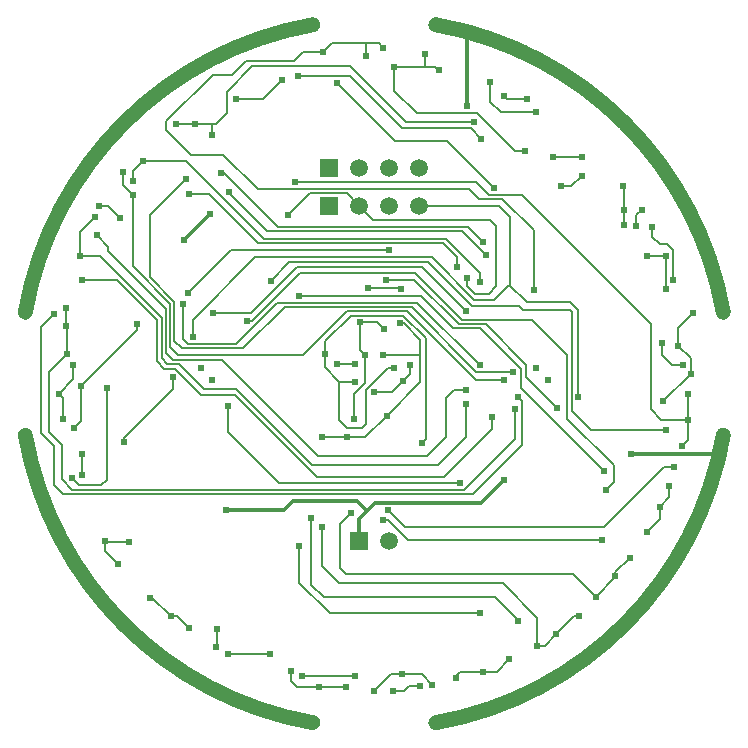
<source format=gbl>
G04 Layer_Physical_Order=2*
G04 Layer_Color=16711680*
%FSLAX25Y25*%
%MOIN*%
G70*
G01*
G75*
%ADD88C,0.01200*%
%ADD89C,0.00800*%
%ADD90R,0.05984X0.05984*%
%ADD91C,0.05984*%
%ADD92C,0.02400*%
%ADD93C,0.05000*%
D88*
X31900Y112879D02*
X32556Y113535D01*
X31000Y89400D02*
Y111979D01*
X85600Y-26600D02*
X114914D01*
X115014Y-26500D01*
X115083Y-26569D01*
X-5000Y-55906D02*
Y-48300D01*
X250Y-43050D02*
X35650D01*
X43200Y-35500D01*
X-5650Y-42400D02*
X-2375Y-45675D01*
X-27200Y-42400D02*
X-5650D01*
X-30100Y-45300D02*
X-27200Y-42400D01*
X-49500Y-45300D02*
X-30100D01*
X-5000Y-48300D02*
X-2375Y-45675D01*
X250Y-43050D01*
X-63500Y44500D02*
X-54700Y53300D01*
D89*
X-48600Y-19300D02*
X-31600Y-36300D01*
X-48600Y-19300D02*
Y-10600D01*
X-46482Y-7100D02*
X-19015Y-34567D01*
X-57600Y-7100D02*
X-46482D01*
X-66384Y1684D02*
X-57600Y-7100D01*
X-45950Y-5200D02*
X-20850Y-30300D01*
X-56700Y-5200D02*
X-45950D01*
X-65200Y3300D02*
X-56700Y-5200D01*
X-31600Y-36300D02*
X28600D01*
X28700Y-36400D01*
X-69400Y7000D02*
Y21600D01*
X-88725Y40925D02*
X-69400Y21600D01*
X-88725Y40925D02*
Y42402D01*
X-62249Y9849D02*
X-46151D01*
X-63900Y11500D02*
X-62249Y9849D01*
X-63900Y11500D02*
Y23300D01*
X-64249Y8449D02*
X-43651D01*
X-65386Y6186D02*
X-23777D01*
X-68000Y8800D02*
X-65386Y6186D01*
X-68000Y8800D02*
Y23375D01*
X-50900Y4700D02*
X-18700Y-27500D01*
X-67100Y4700D02*
X-50900D01*
X-69400Y7000D02*
X-67100Y4700D01*
X-69984Y1684D02*
X-66384D01*
X-72552Y4252D02*
X-69984Y1684D01*
X-72552Y4252D02*
Y17800D01*
X-69000Y3300D02*
X-65200D01*
X-70925Y5225D02*
X-69000Y3300D01*
X-70925Y5225D02*
Y18525D01*
X41594Y55906D02*
X45100Y52400D01*
Y29700D02*
Y52400D01*
X50782Y23918D02*
X65282D01*
X45000Y29700D02*
X50782Y23918D01*
X39950Y24650D02*
X45000Y29700D01*
X65282Y23918D02*
X68000Y21200D01*
X-80399Y35773D02*
X-68000Y23375D01*
X14300Y23700D02*
X35100Y2900D01*
X-32300Y23700D02*
X14300D01*
X34063Y600D02*
X46400D01*
X12463Y22200D02*
X34063Y600D01*
X-46151Y9849D02*
X-32300Y23700D01*
X24050Y44950D02*
X35400Y33600D01*
Y30700D02*
Y33600D01*
X15900Y35700D02*
X30700Y20900D01*
X32582Y22518D02*
X48382D01*
X18000Y37100D02*
X32582Y22518D01*
X-28300Y37100D02*
X18000D01*
X33600Y26500D02*
X38100D01*
X33236Y24650D02*
X39950D01*
X30800Y29300D02*
X33600Y26500D01*
X38100D02*
X40700Y29100D01*
X19086Y38800D02*
X33236Y24650D01*
X30800Y29300D02*
Y31900D01*
X40700Y29100D02*
Y49287D01*
X38587Y51400D02*
X40700Y49287D01*
X-36750Y44950D02*
X24050D01*
X46900Y-11900D02*
X46906Y-11906D01*
X4700Y1900D02*
X6600D01*
X-2700Y-5500D02*
X4700Y1900D01*
X-2700Y-16600D02*
Y-5500D01*
X-4100Y-18000D02*
X-2700Y-16600D01*
X-9000Y-18000D02*
X-4100D01*
X-11700Y-15300D02*
X-9000Y-18000D01*
X-11700Y-15300D02*
Y-2600D01*
X-3000Y-3000D02*
Y6200D01*
X-6600Y-6600D02*
X-3000Y-3000D01*
X-6600Y-15000D02*
Y-6600D01*
X-11700Y-2600D02*
X-6500D01*
X-16400Y2100D02*
X-11700Y-2600D01*
X-16400Y2100D02*
Y6441D01*
X11800Y-200D02*
Y3000D01*
X9500Y-2500D02*
X11800Y-200D01*
X5900Y-6100D02*
X9500Y-2500D01*
X0Y-6100D02*
X5900D01*
X4150Y-14050D02*
X15300Y-2900D01*
Y6200D01*
Y11400D01*
X2900Y6200D02*
X15300D01*
X9900Y16800D02*
X15300Y11400D01*
X8700Y16800D02*
X9900D01*
X9600Y19400D02*
X17200Y11800D01*
Y-21700D02*
Y11800D01*
X15900Y-23000D02*
X17200Y-21700D01*
X-7800Y19400D02*
X9600D01*
X-4600Y7800D02*
X-3000Y6200D01*
X-4600Y7800D02*
Y17200D01*
X1000D01*
X3300Y14900D01*
X-43651Y8449D02*
X-29900Y22200D01*
X10953Y20800D02*
X34003Y-2250D01*
X-23777Y6186D02*
X-9163Y20800D01*
X-16400Y10800D02*
X-7800Y19400D01*
X-9163Y20800D02*
X10953D01*
X-29900Y22200D02*
X12463D01*
X-16400Y6441D02*
Y10800D01*
X-17300Y-21200D02*
X-9000D01*
X4150Y-14050D02*
X4200Y-14100D01*
X-3000Y-21200D02*
X4150Y-14050D01*
X4200Y-14200D02*
Y-14100D01*
X-9000Y-21200D02*
X-3000D01*
X-108500Y-19500D02*
X-104200Y-23800D01*
Y-35200D02*
Y-23800D01*
X-106700Y-37000D02*
Y-24200D01*
X-111100Y15600D02*
X-106737Y19963D01*
X-111100Y-19800D02*
Y15600D01*
Y-19800D02*
X-106700Y-24200D01*
X-108500Y500D02*
X-102448Y6552D01*
X-108500Y-19500D02*
Y500D01*
X-100200Y-18200D02*
X-97900Y-15900D01*
Y-4200D01*
X-105098Y-6598D02*
X-100300Y-1800D01*
Y2800D01*
X-79100Y14600D02*
Y16500D01*
X-97900Y-4200D02*
X-79100Y14600D01*
X-105098Y-6598D02*
X-103700Y-7995D01*
Y-15100D02*
Y-7995D01*
X-102800Y16000D02*
X-102780Y16020D01*
Y21780D01*
X-102800Y16000D02*
X-102448Y15648D01*
Y6552D02*
Y15648D01*
X-97500Y31100D02*
X-85852D01*
X-19015Y-34567D02*
X23233D01*
X-98000Y47100D02*
X-93000Y52100D01*
X-98000Y39100D02*
Y47100D01*
Y39100D02*
X-91500D01*
X-92411Y46089D02*
X-88725Y42402D01*
X-88600Y56000D02*
X-84600Y52000D01*
X-91600Y56000D02*
X-88600D01*
X26600Y-5500D02*
X30600D01*
X24000Y-8100D02*
X26600Y-5500D01*
X24000Y-21000D02*
Y-8100D01*
X17500Y-27500D02*
X24000Y-21000D01*
X-20850Y-30300D02*
X21300D01*
X30600Y-21000D01*
Y-10000D01*
X39400Y-18400D02*
Y-14400D01*
X23233Y-34567D02*
X39400Y-18400D01*
X-80400Y64200D02*
Y67614D01*
X-77114Y70900D01*
X-62700D01*
X-83600Y62800D02*
X-80399Y59599D01*
X-83600Y62800D02*
Y67300D01*
X-80399Y35773D02*
Y59599D01*
X-69300Y81200D02*
X-61150Y73050D01*
X-50450D01*
X-38900Y61500D01*
X31599D01*
X-62700Y70900D02*
X-36750Y44950D01*
X-35700Y47600D02*
X29157D01*
X-50120Y67000D02*
X-32120Y49000D01*
X-51100Y67000D02*
X-50120D01*
X-32120Y49000D02*
X31274D01*
X-37100Y91500D02*
X-30800Y97800D01*
X-46100Y91500D02*
X-37100D01*
X-8200Y99400D02*
X9400Y81800D01*
X-25300Y99400D02*
X-8200D01*
X-2900Y106000D02*
Y109900D01*
X10500Y84000D02*
X33400D01*
X-8000Y102500D02*
X10500Y84000D01*
X6900Y77600D02*
X24300D01*
X-12400Y96900D02*
X6900Y77600D01*
X1500Y110100D02*
X3000Y108600D01*
X-14100Y110100D02*
X1500D01*
X-17000Y107200D02*
X-14100Y110100D01*
X-17200Y107400D02*
X-17000Y107200D01*
X-23700Y107400D02*
X-17200D01*
X-26700Y104400D02*
X-23700Y107400D01*
X33938Y63800D02*
X38077Y59661D01*
X-26300Y63800D02*
X33938D01*
X53200Y27900D02*
Y47800D01*
X42739Y58261D02*
X53200Y47800D01*
X34838Y58261D02*
X42739D01*
X34400Y86800D02*
X46800Y74400D01*
X14100Y86800D02*
X34400D01*
X6552Y94348D02*
X14100Y86800D01*
X17000Y102400D02*
X20200D01*
X6552D02*
X17000D01*
Y106600D01*
X20200Y102400D02*
X21500Y101100D01*
X6552Y94348D02*
Y102400D01*
X44200Y91600D02*
X50800D01*
X43200Y92600D02*
X44200Y91600D01*
X46800Y74400D02*
X50200D01*
X59600Y72100D02*
X69100D01*
X65700Y62500D02*
X69100Y65900D01*
X62400Y62500D02*
X65700D01*
X82900Y62600D02*
X83400Y62100D01*
Y54700D02*
Y62100D01*
X87400Y52900D02*
X89200Y54700D01*
X87400Y49400D02*
Y52900D01*
X83400Y49518D02*
Y54700D01*
X-83300Y-21300D02*
X-67000Y-5000D01*
X-83300Y-22900D02*
Y-21300D01*
X104500Y-15300D02*
X104900Y-14900D01*
X95700Y-15300D02*
X104500D01*
X102600Y-24100D02*
X104500Y-22200D01*
X72300Y-18800D02*
X97400D01*
X104500Y-22200D02*
Y-15300D01*
X97126Y28226D02*
Y39226D01*
X92659Y45541D02*
Y49041D01*
Y45541D02*
X95100Y43100D01*
X97600D01*
X99500Y41200D01*
X90919Y39319D02*
X97219D01*
X99500Y31300D02*
Y41200D01*
X95900Y6100D02*
Y10400D01*
Y6100D02*
X99100Y2900D01*
X102900D01*
X101400Y9300D02*
X105500Y5200D01*
Y0D02*
Y5200D01*
X96400Y-9100D02*
X105500Y0D01*
X96200Y-9100D02*
X96400D01*
X101400Y15300D02*
X106200Y20100D01*
X101400Y9300D02*
Y15300D01*
X104700Y-14700D02*
X104900Y-14900D01*
X92200Y-11800D02*
X95700Y-15300D01*
X92200Y-11800D02*
Y16600D01*
X49139Y59661D02*
X92200Y16600D01*
X38077Y59661D02*
X49139D01*
X104700Y-14700D02*
Y-6700D01*
X65800Y-12300D02*
X72300Y-18800D01*
X64400Y-15000D02*
X79800Y-30400D01*
Y-36100D02*
Y-30400D01*
X77300Y-38600D02*
X79800Y-36100D01*
X95100Y-44400D02*
X98399Y-41101D01*
Y-37299D01*
X95100Y-48500D02*
Y-44400D01*
X91000Y-52600D02*
X95100Y-48500D01*
X80400Y-67500D02*
Y-66000D01*
Y-67900D02*
Y-67500D01*
Y-66000D02*
X85100Y-61300D01*
X74000Y-74300D02*
X80400Y-67900D01*
X66300Y-66600D02*
X74000Y-74300D01*
X-9400Y-66600D02*
X66300D01*
X66600Y-80900D02*
X68100D01*
X60600Y-86900D02*
X66600Y-80900D01*
X56800Y-90700D02*
X60600Y-86900D01*
X54200Y-90700D02*
X56800D01*
X54200D02*
Y-81300D01*
X42800Y-69900D02*
X54200Y-81300D01*
X47800Y-82300D02*
Y-82200D01*
X40100Y-74500D02*
X47800Y-82200D01*
X28700Y-99300D02*
X36100D01*
X27400Y-100600D02*
X28700Y-99300D01*
X27400Y-101500D02*
Y-100600D01*
X36100Y-99300D02*
X40800D01*
X44900Y-95200D01*
X15805Y-100205D02*
X19200Y-103600D01*
X9205Y-100205D02*
X15805D01*
X5495D02*
X9205D01*
X0Y-105700D02*
X5495Y-100205D01*
X11600Y-104000D02*
X15400D01*
X9900Y-105700D02*
X11600Y-104000D01*
X6200Y-105700D02*
X9900D01*
X-18537Y-104437D02*
X-9463D01*
X-25663D02*
X-18537D01*
X-27700Y-102400D02*
X-25663Y-104437D01*
X-27700Y-102400D02*
Y-99100D01*
X-24200Y-100800D02*
X-6498D01*
X-48800Y-93300D02*
X-34859D01*
X-52500Y-91000D02*
Y-85000D01*
X-65900Y-80900D02*
X-61900Y-84900D01*
X-67900Y-80900D02*
X-65900D01*
X-74200Y-74600D02*
X-67900Y-80900D01*
X-74900Y-74600D02*
X-74200D01*
X-89800Y-55800D02*
X-89400Y-56200D01*
X-81900D01*
X-89800Y-59000D02*
X-85300Y-63500D01*
X-89800Y-59000D02*
Y-55800D01*
X-67000Y-5000D02*
Y-1000D01*
X-100841Y-34659D02*
X-98300Y-37200D01*
X31274Y49000D02*
X36359Y43915D01*
X-494Y51400D02*
X38587D01*
X-5000Y55906D02*
X-494Y51400D01*
X50632Y-1232D02*
X60906Y-11506D01*
X50632Y-1232D02*
Y2968D01*
X37119Y16481D02*
X50632Y2968D01*
X15000Y55906D02*
X41594D01*
X-39622Y38800D02*
X19086D01*
X-60406Y18016D02*
X-39622Y38800D01*
X-60406Y12300D02*
Y18016D01*
X68000Y-7606D02*
Y21200D01*
X29157Y47600D02*
X37257Y39500D01*
X34003Y-2250D02*
X43200D01*
X-18700Y-27500D02*
X17500D01*
X-91500Y39100D02*
X-70925Y18525D01*
X-85852Y31100D02*
X-72552Y17800D01*
X-97400Y-33800D02*
Y-26900D01*
X48800Y-4600D02*
X76500Y-32300D01*
X48800Y-4600D02*
Y1500D01*
X35219Y15081D02*
X48800Y1500D01*
X26319Y15081D02*
X35219D01*
X15500Y25900D02*
X26319Y15081D01*
X-25000Y25900D02*
X15500D01*
X-34400Y31000D02*
X-28300Y37100D01*
X48382Y22518D02*
X49600Y21300D01*
X65100D01*
X65800Y20600D01*
Y-12300D02*
Y20600D01*
X89200Y54700D02*
X89300Y54600D01*
X24300Y77600D02*
X40000Y61900D01*
X31599Y61500D02*
X34838Y58261D01*
X13456Y33694D02*
X29270Y17881D01*
X52719D01*
X64400Y6200D01*
Y-15000D02*
Y6200D01*
X-16900Y-74500D02*
X40100D01*
X9400Y81800D02*
X32100D01*
X35600Y78300D01*
X-12453Y3200D02*
X-6547D01*
X-28800Y52800D02*
X-21500Y60100D01*
X-9194D01*
X-5000Y55906D01*
X-98300Y-37200D02*
X-91000D01*
X-89100Y-35300D01*
Y-4720D01*
X-66000Y83100D02*
X-59700D01*
X-42700Y104400D02*
X-26700D01*
X-47400Y99700D02*
X-42700Y104400D01*
X-40600Y102500D02*
X-8000D01*
X-49100Y94000D02*
X-40600Y102500D01*
X-52800Y83100D02*
X-49100Y86800D01*
Y94000D01*
X-53800Y99700D02*
X-47400D01*
X-69300Y81200D02*
Y84200D01*
X-53800Y99700D01*
X-54000Y79600D02*
Y83100D01*
X-59700D02*
X-54000D01*
X-52800D01*
X46906Y-21694D02*
Y-11906D01*
X47900Y-7600D02*
X49400Y-9100D01*
Y-23600D02*
Y-9100D01*
X11200Y-55300D02*
X75800D01*
X76600Y-51100D02*
X96520Y-31180D01*
X100000D01*
X2800Y-48800D02*
X4700D01*
X11200Y-55300D01*
X4700Y-45450D02*
X10350Y-51100D01*
X76600D01*
X-104200Y-35200D02*
X-100800Y-38600D01*
X30000D01*
X46906Y-21694D01*
X-106700Y-37000D02*
X-103700Y-40000D01*
X33000D01*
X49400Y-23600D01*
X-17500Y-64050D02*
Y-51200D01*
Y-64050D02*
X-11650Y-69900D01*
X42800D01*
X-21050Y-70350D02*
X-16900Y-74500D01*
X-21050Y-70350D02*
Y-48150D01*
X-21100Y-48100D02*
X-21050Y-48150D01*
X-11400Y-64600D02*
X-9400Y-66600D01*
X-11400Y-64600D02*
Y-50050D01*
X-7700Y-46350D01*
X-25000Y-69600D02*
Y-57400D01*
Y-69600D02*
X-14800Y-79800D01*
X35100D01*
X-48400Y60300D02*
X-35700Y47600D01*
X-48400Y60300D02*
Y60600D01*
X-62100Y27000D02*
X-47800Y41300D01*
X5000D01*
X-61700Y60000D02*
X-55200D01*
X-38750Y43550D01*
X-66600Y10800D02*
X-64249Y8449D01*
X-66600Y10800D02*
Y23955D01*
X-74800Y32155D02*
X-66600Y23955D01*
X-74800Y32155D02*
Y52800D01*
X-62600Y65000D01*
X-38750Y43550D02*
X22950D01*
X27600Y38900D01*
Y35700D02*
Y38900D01*
X4000Y31200D02*
X13400D01*
X28119Y16481D01*
X37119D01*
X-2250Y28500D02*
X8700D01*
X38700Y90600D02*
Y97200D01*
Y90600D02*
X42200Y87100D01*
X53900D01*
X-53700Y20300D02*
X-41000D01*
X-25600Y35700D01*
X15900D01*
X-24606Y33694D02*
X13456D01*
X-42500Y17606D02*
X-40694D01*
X-24606Y33694D01*
D90*
X-15000Y68500D02*
D03*
Y55906D02*
D03*
X-5000Y-55906D02*
D03*
D91*
Y68500D02*
D03*
X5000D02*
D03*
X15000D02*
D03*
X-5000Y55906D02*
D03*
X5000D02*
D03*
X15000D02*
D03*
X5000Y-55906D02*
D03*
D92*
X-48600Y-10600D02*
D03*
X28700Y-36400D02*
D03*
X-63900Y23300D02*
D03*
X35400Y30700D02*
D03*
X35100Y2900D02*
D03*
X30700Y20900D02*
D03*
X30800Y31900D02*
D03*
X27600Y35700D02*
D03*
X47900Y-7600D02*
D03*
X46900Y-11900D02*
D03*
X-6500Y-2600D02*
D03*
X9500Y-2500D02*
D03*
X11800Y3000D02*
D03*
X6600Y1900D02*
D03*
X8700Y16800D02*
D03*
X-4600Y17200D02*
D03*
X15900Y-23000D02*
D03*
X-17300Y-21200D02*
D03*
X-6600Y-15000D02*
D03*
X0Y-6100D02*
D03*
X4200Y-14200D02*
D03*
X2900Y6200D02*
D03*
X-9000Y-21200D02*
D03*
X-100300Y2800D02*
D03*
X-97900Y-4200D02*
D03*
X-105098Y-6598D02*
D03*
X-100200Y-18200D02*
D03*
X-102780Y21780D02*
D03*
X-102448Y6552D02*
D03*
X-102800Y16000D02*
D03*
X-106737Y19963D02*
D03*
X-92411Y46089D02*
D03*
X-98000Y39100D02*
D03*
X-93000Y52100D02*
D03*
X-91600Y56000D02*
D03*
X-84600Y52000D02*
D03*
X30600Y-5500D02*
D03*
X39400Y-14400D02*
D03*
X-77114Y70900D02*
D03*
X-80400Y64200D02*
D03*
X-83600Y67300D02*
D03*
X-80399Y59599D02*
D03*
X-62600Y65000D02*
D03*
X-46100Y91500D02*
D03*
X-25300Y99400D02*
D03*
X-30800Y97800D02*
D03*
X-12400Y96900D02*
D03*
X-2900Y106000D02*
D03*
X-17000Y107200D02*
D03*
X-26300Y63800D02*
D03*
X31000Y89400D02*
D03*
X3000Y108600D02*
D03*
X21500Y101100D02*
D03*
X6552Y102400D02*
D03*
X38700Y97200D02*
D03*
X43200Y92600D02*
D03*
X50800Y91600D02*
D03*
X53900Y87100D02*
D03*
X59600Y72100D02*
D03*
X62400Y62500D02*
D03*
X69100Y65900D02*
D03*
X83400Y54700D02*
D03*
X87400Y49400D02*
D03*
X83350Y49468D02*
D03*
X-83300Y-22900D02*
D03*
X85600Y-26600D02*
D03*
X104500Y-15300D02*
D03*
X102600Y-24100D02*
D03*
X97400Y-18800D02*
D03*
X97126Y28226D02*
D03*
X92659Y49041D02*
D03*
X90919Y39319D02*
D03*
X97219D02*
D03*
X99500Y31300D02*
D03*
X102900Y2900D02*
D03*
X105500Y0D02*
D03*
X95900Y10400D02*
D03*
X106200Y20100D02*
D03*
X104700Y-6700D02*
D03*
X96200Y-9100D02*
D03*
X77300Y-38600D02*
D03*
X98399Y-37299D02*
D03*
X91000Y-52600D02*
D03*
X80400Y-67500D02*
D03*
X85100Y-61300D02*
D03*
X68100Y-80900D02*
D03*
X54200Y-90700D02*
D03*
X47800Y-82300D02*
D03*
X44900Y-95200D02*
D03*
X36100Y-99300D02*
D03*
X27400Y-101500D02*
D03*
X6200Y-105700D02*
D03*
X15400Y-104000D02*
D03*
X19200Y-103600D02*
D03*
X-9400Y-104500D02*
D03*
X-18537Y-104437D02*
D03*
X-6498Y-100800D02*
D03*
X-24200D02*
D03*
X-27700Y-99100D02*
D03*
X-34659Y-93500D02*
D03*
X-48800Y-93300D02*
D03*
X-52500Y-85000D02*
D03*
X-74900Y-74600D02*
D03*
X-61900Y-84900D02*
D03*
X-67900Y-80900D02*
D03*
X-81900Y-56200D02*
D03*
X-85300Y-63500D02*
D03*
X-89800Y-55800D02*
D03*
X-67000Y-1000D02*
D03*
X-100841Y-34659D02*
D03*
X60906Y-11506D02*
D03*
X-60406Y12300D02*
D03*
X68000Y-7606D02*
D03*
X37257Y39500D02*
D03*
X-51100Y67000D02*
D03*
X36359Y43915D02*
D03*
X46400Y600D02*
D03*
X33400Y84000D02*
D03*
X43200Y-2250D02*
D03*
X30600Y-10000D02*
D03*
X-53700Y20300D02*
D03*
X-97500Y31100D02*
D03*
X-79100Y16500D02*
D03*
X-97400Y-26900D02*
D03*
Y-33800D02*
D03*
X60600Y-86900D02*
D03*
X74000Y-74300D02*
D03*
X76500Y-32300D02*
D03*
X-25000Y25900D02*
D03*
X-34400Y31000D02*
D03*
X100000Y-31180D02*
D03*
X101400Y9300D02*
D03*
X89200Y54700D02*
D03*
X69100Y72100D02*
D03*
X17000Y106600D02*
D03*
X40000Y61900D02*
D03*
X53200Y27900D02*
D03*
X-3000Y6200D02*
D03*
X3300Y14900D02*
D03*
X-42500Y17606D02*
D03*
X35100Y-79800D02*
D03*
X-103700Y-15100D02*
D03*
X35600Y78300D02*
D03*
X9205Y-100205D02*
D03*
X0Y-105700D02*
D03*
X95100Y-44400D02*
D03*
X82900Y62600D02*
D03*
X-52700Y-91200D02*
D03*
X-16400Y6441D02*
D03*
X-6547Y3200D02*
D03*
X-12453D02*
D03*
X-28800Y52800D02*
D03*
X50200Y74400D02*
D03*
X-89100Y-4720D02*
D03*
X-21300Y-116200D02*
D03*
X-40300Y-111000D02*
D03*
X-58900Y-102500D02*
D03*
X-75700Y-90600D02*
D03*
X-90200Y-76200D02*
D03*
X-102200Y-59200D02*
D03*
X-111000Y-40400D02*
D03*
X-115900Y-21400D02*
D03*
X-114100Y30200D02*
D03*
X-107600Y48400D02*
D03*
X-97000Y67400D02*
D03*
X-83900Y83200D02*
D03*
X-67500Y96900D02*
D03*
X-49800Y107200D02*
D03*
X-29200Y114400D02*
D03*
X30000Y114300D02*
D03*
X49200Y107500D02*
D03*
X66800Y97600D02*
D03*
X83000Y84200D02*
D03*
X96700Y68000D02*
D03*
X107400Y49300D02*
D03*
X114400Y29300D02*
D03*
X116300Y-20900D02*
D03*
X111000Y-40300D02*
D03*
X102200Y-59000D02*
D03*
X90500Y-75800D02*
D03*
X76100Y-90300D02*
D03*
X59100Y-102200D02*
D03*
X40700Y-110800D02*
D03*
X21300Y-116100D02*
D03*
X-57874Y1969D02*
D03*
X-53937Y-1968D02*
D03*
X57874D02*
D03*
X53937Y1969D02*
D03*
X-66000Y83100D02*
D03*
X-59700D02*
D03*
X-54000Y79600D02*
D03*
X43200Y-35500D02*
D03*
X75800Y-55300D02*
D03*
X2800Y-48800D02*
D03*
X4700Y-45450D02*
D03*
X-17500Y-51200D02*
D03*
X-21100Y-48100D02*
D03*
X-7700Y-46350D02*
D03*
X-25000Y-57400D02*
D03*
X-49500Y-45300D02*
D03*
X-48400Y60600D02*
D03*
X5000Y41300D02*
D03*
X-62100Y27000D02*
D03*
X-61700Y60000D02*
D03*
X-63500Y44500D02*
D03*
X-54700Y53300D02*
D03*
X-2250Y28500D02*
D03*
X4000Y31200D02*
D03*
X8800Y28400D02*
D03*
D93*
X32556Y113535D02*
G03*
X30569Y114086I-32556J-113535D01*
G01*
X32556Y113535D02*
G03*
X30569Y114086I-32556J-113535D01*
G01*
X32556Y113535D02*
G03*
X30569Y114086I-32556J-113535D01*
G01*
X32556Y113535D02*
G03*
X30569Y114086I-32556J-113535D01*
G01*
X32556Y113535D02*
G03*
X30569Y114086I-32556J-113535D01*
G01*
X32556Y113535D02*
G03*
X30569Y114086I-32556J-113535D01*
G01*
X32556Y113535D02*
G03*
X30569Y114086I-32556J-113535D01*
G01*
X32556Y113535D02*
G03*
X30569Y114086I-32556J-113535D01*
G01*
X34532Y112949D02*
G03*
X32556Y113535I-34532J-112949D01*
G01*
X34532Y112949D02*
G03*
X32556Y113535I-34532J-112949D01*
G01*
X34532Y112949D02*
G03*
X32556Y113535I-34532J-112949D01*
G01*
X34532Y112949D02*
G03*
X32556Y113535I-34532J-112949D01*
G01*
X34532Y112949D02*
G03*
X32556Y113535I-34532J-112949D01*
G01*
X34532Y112949D02*
G03*
X32556Y113535I-34532J-112949D01*
G01*
X34532Y112949D02*
G03*
X32556Y113535I-34532J-112949D01*
G01*
X34532Y112949D02*
G03*
X32556Y113535I-34532J-112949D01*
G01*
X115083Y-26569D02*
G03*
X115529Y-24556I-115083J26569D01*
G01*
X115083Y-26569D02*
G03*
X115529Y-24556I-115083J26569D01*
G01*
X32556Y113535D02*
G03*
X30569Y114086I-32556J-113535D01*
G01*
X32556Y113535D02*
G03*
X30569Y114086I-32556J-113535D01*
G01*
X34532Y112949D02*
G03*
X32556Y113535I-34532J-112949D01*
G01*
X34532Y112949D02*
G03*
X32556Y113535I-34532J-112949D01*
G01*
X116316Y20510D02*
G03*
X20510Y116316I-116316J-20510D01*
G01*
X116316Y20510D02*
G03*
X20510Y116316I-116316J-20510D01*
G01*
X49916Y107044D02*
G03*
X48040Y107899I-49916J-107044D01*
G01*
X49916Y107044D02*
G03*
X48040Y107899I-49916J-107044D01*
G01*
X20510Y-116316D02*
G03*
X116316Y-20510I-20510J116316D01*
G01*
X-20510Y116316D02*
G03*
X-116316Y20510I20510J-116316D01*
G01*
Y-20510D02*
G03*
X-20510Y-116316I116316J20510D01*
G01*
X114602Y-28574D02*
G03*
X115083Y-26569I-114602J28574D01*
G01*
D02*
G03*
X115529Y-24556I-115083J26569D01*
G01*
X34532Y112949D02*
G03*
X32556Y113535I-34532J-112949D01*
G01*
X34532Y112949D02*
G03*
X32556Y113535I-34532J-112949D01*
G01*
X34532Y112949D02*
G03*
X32556Y113535I-34532J-112949D01*
G01*
X34532Y112949D02*
G03*
X32556Y113535I-34532J-112949D01*
G01*
D02*
G03*
X30569Y114086I-32556J-113535D01*
G01*
X32556Y113535D02*
G03*
X30569Y114086I-32556J-113535D01*
G01*
X32556Y113535D02*
G03*
X30569Y114086I-32556J-113535D01*
G01*
X32556Y113535D02*
G03*
X30569Y114086I-32556J-113535D01*
G01*
M02*

</source>
